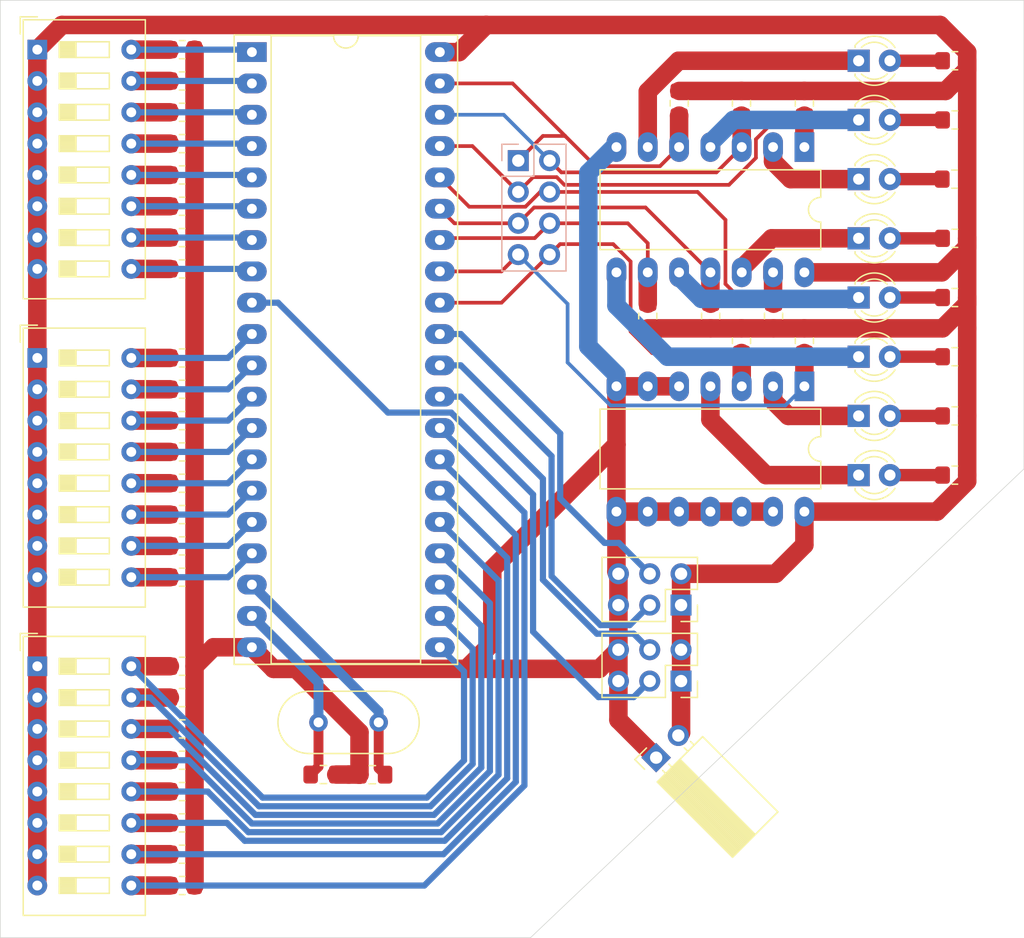
<source format=kicad_pcb>
(kicad_pcb (version 20171130) (host pcbnew 5.1.9)
  (layers (0 F.Cu signal hide) (31 B.Cu signal hide) (34 B.Paste user) (35 F.Paste user) (36 B.SilkS user) (37 F.SilkS user) (38 B.Mask user) (39 F.Mask user) (44 Edge.Cuts user))
  (net 0 "")
  (net 1 XTAL1)
  (net 2 P2.6)
  (net 3 XTAL2)
  (net 4 "Net-(D1-Pad2)")
  (net 5 "Net-(D1-Pad1)")
  (net 6 "Net-(D2-Pad2)")
  (net 7 "Net-(D2-Pad1)")
  (net 8 "Net-(D3-Pad2)")
  (net 9 "Net-(D3-Pad1)")
  (net 10 "Net-(D4-Pad2)")
  (net 11 "Net-(D4-Pad1)")
  (net 12 "Net-(D5-Pad2)")
  (net 13 "Net-(D5-Pad1)")
  (net 14 "Net-(D6-Pad2)")
  (net 15 "Net-(D6-Pad1)")
  (net 16 "Net-(D7-Pad2)")
  (net 17 "Net-(D7-Pad1)")
  (net 18 "Net-(D8-Pad2)")
  (net 19 "Net-(D8-Pad1)")
  (net 20 P0.7)
  (net 21 P0.6)
  (net 22 P0.5)
  (net 23 P0.4)
  (net 24 P0.3)
  (net 25 P0.2)
  (net 26 P0.1)
  (net 27 P0.0)
  (net 28 P1.0)
  (net 29 P2.0)
  (net 30 P3.0)
  (net 31 P1.1)
  (net 32 P2.1)
  (net 33 P3.1)
  (net 34 P1.2)
  (net 35 P2.2)
  (net 36 P3.2)
  (net 37 P1.3)
  (net 38 P2.3)
  (net 39 P3.3)
  (net 40 P1.4)
  (net 41 P2.4)
  (net 42 P3.4)
  (net 43 P1.5)
  (net 44 P2.5)
  (net 45 P3.5)
  (net 46 P1.6)
  (net 47 ALE\~PROG~)
  (net 48 P1.7)
  (net 49 GND)
  (net 50 P3.6)
  (net 51 P2.7)
  (net 52 P3.7)
  (net 53 +5V)
  (net 54 ~EA~\Vpp)
  (net 55 ~PSEN~)
  (net 56 RST)
  (module Connector_PinSocket_2.54mm:PinSocket_1x02_P2.54mm_Horizontal (layer F.Cu) (at 145.18 116.41 135)
    (fp_text reference J4)
    (fp_text value Power)
    (pad 2 thru_hole oval (at 0 2.54 135) (size 1.7 1.7) (drill 1) (layers *.Cu *.Mask) (net 53 +5V))
    (pad 1 thru_hole rect (at 0 0 135) (size 1.7 1.7) (drill 1) (layers *.Cu *.Mask) (net 49 GND))
  )
  (module Connector_PinSocket_2.54mm:PinSocket_2x03_P2.54mm_Vertical (layer F.Cu) (at 147.2 104.04 270)
    (fp_text reference J3)
    (fp_text value Select_2)
    (pad 6 thru_hole oval (at -2.54 5.08 270) (size 1.7 1.7) (drill 1) (layers *.Cu *.Mask) (net 49 GND))
    (pad 5 thru_hole oval (at 0 5.08 270) (size 1.7 1.7) (drill 1) (layers *.Cu *.Mask) (net 49 GND))
    (pad 4 thru_hole oval (at -2.54 2.54 270) (size 1.7 1.7) (drill 1) (layers *.Cu *.Mask) (net 54 ~EA~\Vpp))
    (pad 3 thru_hole oval (at 0 2.54 270) (size 1.7 1.7) (drill 1) (layers *.Cu *.Mask) (net 47 ALE\~PROG~))
    (pad 2 thru_hole oval (at -2.54 0 270) (size 1.7 1.7) (drill 1) (layers *.Cu *.Mask) (net 53 +5V))
    (pad 1 thru_hole rect (at 0 0 270) (size 1.7 1.7) (drill 1) (layers *.Cu *.Mask) (net 53 +5V))
  )
  (module Connector_PinSocket_2.54mm:PinSocket_2x03_P2.54mm_Vertical (layer F.Cu) (at 147.2 110.2 270)
    (fp_text reference J2)
    (fp_text value Select_1)
    (pad 6 thru_hole oval (at -2.54 5.08 270) (size 1.7 1.7) (drill 1) (layers *.Cu *.Mask) (net 49 GND))
    (pad 5 thru_hole oval (at 0 5.08 270) (size 1.7 1.7) (drill 1) (layers *.Cu *.Mask) (net 49 GND))
    (pad 4 thru_hole oval (at -2.54 2.54 270) (size 1.7 1.7) (drill 1) (layers *.Cu *.Mask) (net 55 ~PSEN~))
    (pad 3 thru_hole oval (at 0 2.54 270) (size 1.7 1.7) (drill 1) (layers *.Cu *.Mask) (net 56 RST))
    (pad 2 thru_hole oval (at -2.54 0 270) (size 1.7 1.7) (drill 1) (layers *.Cu *.Mask) (net 53 +5V))
    (pad 1 thru_hole rect (at 0 0 270) (size 1.7 1.7) (drill 1) (layers *.Cu *.Mask) (net 53 +5V))
  )
  (module Crystal:Crystal_HC49-4H_Vertical (layer F.Cu) (at 117.8 113.55)
    (fp_text reference Y1)
    (fp_text value Crystal)
    (pad 2 thru_hole circle (at 4.88 0) (size 1.5 1.5) (drill 0.8) (layers *.Cu *.Mask) (net 3 XTAL2))
    (pad 1 thru_hole circle (at 0 0) (size 1.5 1.5) (drill 0.8) (layers *.Cu *.Mask) (net 1 XTAL1))
  )
  (module Connector_PinSocket_2.54mm:PinSocket_2x04_P2.54mm_Vertical (layer B.Cu) (at 134 68 180)
    (fp_text reference J1)
    (fp_text value Data_Out)
    (pad 8 thru_hole oval (at -2.54 -7.62 180) (size 1.7 1.7) (drill 1) (layers *.Cu *.Mask) (net 20 P0.7))
    (pad 7 thru_hole oval (at 0 -7.62 180) (size 1.7 1.7) (drill 1) (layers *.Cu *.Mask) (net 21 P0.6))
    (pad 6 thru_hole oval (at -2.54 -5.08 180) (size 1.7 1.7) (drill 1) (layers *.Cu *.Mask) (net 22 P0.5))
    (pad 5 thru_hole oval (at 0 -5.08 180) (size 1.7 1.7) (drill 1) (layers *.Cu *.Mask) (net 23 P0.4))
    (pad 4 thru_hole oval (at -2.54 -2.54 180) (size 1.7 1.7) (drill 1) (layers *.Cu *.Mask) (net 24 P0.3))
    (pad 3 thru_hole oval (at 0 -2.54 180) (size 1.7 1.7) (drill 1) (layers *.Cu *.Mask) (net 25 P0.2))
    (pad 2 thru_hole oval (at -2.54 0 180) (size 1.7 1.7) (drill 1) (layers *.Cu *.Mask) (net 26 P0.1))
    (pad 1 thru_hole rect (at 0 0 180) (size 1.7 1.7) (drill 1) (layers *.Cu *.Mask) (net 27 P0.0))
  )
  (module Resistor_SMD:R_0805_2012Metric_Pad1.20x1.40mm_HandSolder (layer F.Cu) (at 106.75 109 180)
    (fp_text reference R17)
    (fp_text value 10k)
    (pad 2 smd roundrect (at 1 0 180) (size 1.2 1.4) (layers F.Cu F.Paste F.Mask) (roundrect_rratio 0.2083325) (net 29 P2.0))
    (pad 1 smd roundrect (at -1 0 180) (size 1.2 1.4) (layers F.Cu F.Paste F.Mask) (roundrect_rratio 0.2083325) (net 49 GND))
  )
  (module Button_Switch_THT:SW_DIP_SPSTx08_Slide_9.78x22.5mm_W7.62mm_P2.54mm (layer F.Cu) (at 95 84)
    (fp_text reference SW2)
    (fp_text value SW_DIP_x08)
    (pad 16 thru_hole oval (at 7.62 0) (size 1.6 1.6) (drill 0.8) (layers *.Cu *.Mask) (net 30 P3.0))
    (pad 8 thru_hole oval (at 0 17.78) (size 1.6 1.6) (drill 0.8) (layers *.Cu *.Mask) (net 53 +5V))
    (pad 15 thru_hole oval (at 7.62 2.54) (size 1.6 1.6) (drill 0.8) (layers *.Cu *.Mask) (net 33 P3.1))
    (pad 7 thru_hole oval (at 0 15.24) (size 1.6 1.6) (drill 0.8) (layers *.Cu *.Mask) (net 53 +5V))
    (pad 14 thru_hole oval (at 7.62 5.08) (size 1.6 1.6) (drill 0.8) (layers *.Cu *.Mask) (net 36 P3.2))
    (pad 6 thru_hole oval (at 0 12.7) (size 1.6 1.6) (drill 0.8) (layers *.Cu *.Mask) (net 53 +5V))
    (pad 13 thru_hole oval (at 7.62 7.62) (size 1.6 1.6) (drill 0.8) (layers *.Cu *.Mask) (net 39 P3.3))
    (pad 5 thru_hole oval (at 0 10.16) (size 1.6 1.6) (drill 0.8) (layers *.Cu *.Mask) (net 53 +5V))
    (pad 12 thru_hole oval (at 7.62 10.16) (size 1.6 1.6) (drill 0.8) (layers *.Cu *.Mask) (net 42 P3.4))
    (pad 4 thru_hole oval (at 0 7.62) (size 1.6 1.6) (drill 0.8) (layers *.Cu *.Mask) (net 53 +5V))
    (pad 11 thru_hole oval (at 7.62 12.7) (size 1.6 1.6) (drill 0.8) (layers *.Cu *.Mask) (net 45 P3.5))
    (pad 3 thru_hole oval (at 0 5.08) (size 1.6 1.6) (drill 0.8) (layers *.Cu *.Mask) (net 53 +5V))
    (pad 10 thru_hole oval (at 7.62 15.24) (size 1.6 1.6) (drill 0.8) (layers *.Cu *.Mask) (net 50 P3.6))
    (pad 2 thru_hole oval (at 0 2.54) (size 1.6 1.6) (drill 0.8) (layers *.Cu *.Mask) (net 53 +5V))
    (pad 9 thru_hole oval (at 7.62 17.78) (size 1.6 1.6) (drill 0.8) (layers *.Cu *.Mask) (net 52 P3.7))
    (pad 1 thru_hole rect (at 0 0) (size 1.6 1.6) (drill 0.8) (layers *.Cu *.Mask) (net 53 +5V))
  )
  (module Button_Switch_THT:SW_DIP_SPSTx08_Slide_9.78x22.5mm_W7.62mm_P2.54mm (layer F.Cu) (at 95 109)
    (fp_text reference SW3)
    (fp_text value SW_DIP_x08)
    (pad 16 thru_hole oval (at 7.62 0) (size 1.6 1.6) (drill 0.8) (layers *.Cu *.Mask) (net 29 P2.0))
    (pad 8 thru_hole oval (at 0 17.78) (size 1.6 1.6) (drill 0.8) (layers *.Cu *.Mask) (net 53 +5V))
    (pad 15 thru_hole oval (at 7.62 2.54) (size 1.6 1.6) (drill 0.8) (layers *.Cu *.Mask) (net 32 P2.1))
    (pad 7 thru_hole oval (at 0 15.24) (size 1.6 1.6) (drill 0.8) (layers *.Cu *.Mask) (net 53 +5V))
    (pad 14 thru_hole oval (at 7.62 5.08) (size 1.6 1.6) (drill 0.8) (layers *.Cu *.Mask) (net 35 P2.2))
    (pad 6 thru_hole oval (at 0 12.7) (size 1.6 1.6) (drill 0.8) (layers *.Cu *.Mask) (net 53 +5V))
    (pad 13 thru_hole oval (at 7.62 7.62) (size 1.6 1.6) (drill 0.8) (layers *.Cu *.Mask) (net 38 P2.3))
    (pad 5 thru_hole oval (at 0 10.16) (size 1.6 1.6) (drill 0.8) (layers *.Cu *.Mask) (net 53 +5V))
    (pad 12 thru_hole oval (at 7.62 10.16) (size 1.6 1.6) (drill 0.8) (layers *.Cu *.Mask) (net 41 P2.4))
    (pad 4 thru_hole oval (at 0 7.62) (size 1.6 1.6) (drill 0.8) (layers *.Cu *.Mask) (net 53 +5V))
    (pad 11 thru_hole oval (at 7.62 12.7) (size 1.6 1.6) (drill 0.8) (layers *.Cu *.Mask) (net 44 P2.5))
    (pad 3 thru_hole oval (at 0 5.08) (size 1.6 1.6) (drill 0.8) (layers *.Cu *.Mask) (net 53 +5V))
    (pad 10 thru_hole oval (at 7.62 15.24) (size 1.6 1.6) (drill 0.8) (layers *.Cu *.Mask) (net 2 P2.6))
    (pad 2 thru_hole oval (at 0 2.54) (size 1.6 1.6) (drill 0.8) (layers *.Cu *.Mask) (net 53 +5V))
    (pad 9 thru_hole oval (at 7.62 17.78) (size 1.6 1.6) (drill 0.8) (layers *.Cu *.Mask) (net 51 P2.7))
    (pad 1 thru_hole rect (at 0 0) (size 1.6 1.6) (drill 0.8) (layers *.Cu *.Mask) (net 53 +5V))
  )
  (module Button_Switch_THT:SW_DIP_SPSTx08_Slide_9.78x22.5mm_W7.62mm_P2.54mm (layer F.Cu) (at 95 59)
    (fp_text reference SW1)
    (fp_text value SW_DIP_x08)
    (pad 16 thru_hole oval (at 7.62 0) (size 1.6 1.6) (drill 0.8) (layers *.Cu *.Mask) (net 28 P1.0))
    (pad 8 thru_hole oval (at 0 17.78) (size 1.6 1.6) (drill 0.8) (layers *.Cu *.Mask) (net 53 +5V))
    (pad 15 thru_hole oval (at 7.62 2.54) (size 1.6 1.6) (drill 0.8) (layers *.Cu *.Mask) (net 31 P1.1))
    (pad 7 thru_hole oval (at 0 15.24) (size 1.6 1.6) (drill 0.8) (layers *.Cu *.Mask) (net 53 +5V))
    (pad 14 thru_hole oval (at 7.62 5.08) (size 1.6 1.6) (drill 0.8) (layers *.Cu *.Mask) (net 34 P1.2))
    (pad 6 thru_hole oval (at 0 12.7) (size 1.6 1.6) (drill 0.8) (layers *.Cu *.Mask) (net 53 +5V))
    (pad 13 thru_hole oval (at 7.62 7.62) (size 1.6 1.6) (drill 0.8) (layers *.Cu *.Mask) (net 37 P1.3))
    (pad 5 thru_hole oval (at 0 10.16) (size 1.6 1.6) (drill 0.8) (layers *.Cu *.Mask) (net 53 +5V))
    (pad 12 thru_hole oval (at 7.62 10.16) (size 1.6 1.6) (drill 0.8) (layers *.Cu *.Mask) (net 40 P1.4))
    (pad 4 thru_hole oval (at 0 7.62) (size 1.6 1.6) (drill 0.8) (layers *.Cu *.Mask) (net 53 +5V))
    (pad 11 thru_hole oval (at 7.62 12.7) (size 1.6 1.6) (drill 0.8) (layers *.Cu *.Mask) (net 43 P1.5))
    (pad 3 thru_hole oval (at 0 5.08) (size 1.6 1.6) (drill 0.8) (layers *.Cu *.Mask) (net 53 +5V))
    (pad 10 thru_hole oval (at 7.62 15.24) (size 1.6 1.6) (drill 0.8) (layers *.Cu *.Mask) (net 46 P1.6))
    (pad 2 thru_hole oval (at 0 2.54) (size 1.6 1.6) (drill 0.8) (layers *.Cu *.Mask) (net 53 +5V))
    (pad 9 thru_hole oval (at 7.62 17.78) (size 1.6 1.6) (drill 0.8) (layers *.Cu *.Mask) (net 48 P1.7))
    (pad 1 thru_hole rect (at 0 0) (size 1.6 1.6) (drill 0.8) (layers *.Cu *.Mask) (net 53 +5V))
  )
  (module Package_DIP:DIP-14_W10.16mm_LongPads (layer F.Cu) (at 157.2 86.3 270)
    (fp_text reference U3)
    (fp_text value 74LS07)
    (pad 14 thru_hole oval (at 10.16 0 270) (size 2.4 1.6) (drill 0.8) (layers *.Cu *.Mask) (net 53 +5V))
    (pad 7 thru_hole oval (at 0 15.24 270) (size 2.4 1.6) (drill 0.8) (layers *.Cu *.Mask) (net 49 GND))
    (pad 13 thru_hole oval (at 10.16 2.54 270) (size 2.4 1.6) (drill 0.8) (layers *.Cu *.Mask) (net 49 GND))
    (pad 6 thru_hole oval (at 0 12.7 270) (size 2.4 1.6) (drill 0.8) (layers *.Cu *.Mask) (net 49 GND))
    (pad 12 thru_hole oval (at 10.16 5.08 270) (size 2.4 1.6) (drill 0.8) (layers *.Cu *.Mask) (net 49 GND))
    (pad 5 thru_hole oval (at 0 10.16 270) (size 2.4 1.6) (drill 0.8) (layers *.Cu *.Mask) (net 49 GND))
    (pad 11 thru_hole oval (at 10.16 7.62 270) (size 2.4 1.6) (drill 0.8) (layers *.Cu *.Mask) (net 49 GND))
    (pad 4 thru_hole oval (at 0 7.62 270) (size 2.4 1.6) (drill 0.8) (layers *.Cu *.Mask) (net 19 "Net-(D8-Pad1)"))
    (pad 10 thru_hole oval (at 10.16 10.16 270) (size 2.4 1.6) (drill 0.8) (layers *.Cu *.Mask) (net 49 GND))
    (pad 3 thru_hole oval (at 0 5.08 270) (size 2.4 1.6) (drill 0.8) (layers *.Cu *.Mask) (net 20 P0.7))
    (pad 9 thru_hole oval (at 10.16 12.7 270) (size 2.4 1.6) (drill 0.8) (layers *.Cu *.Mask) (net 49 GND))
    (pad 2 thru_hole oval (at 0 2.54 270) (size 2.4 1.6) (drill 0.8) (layers *.Cu *.Mask) (net 17 "Net-(D7-Pad1)"))
    (pad 8 thru_hole oval (at 10.16 15.24 270) (size 2.4 1.6) (drill 0.8) (layers *.Cu *.Mask) (net 49 GND))
    (pad 1 thru_hole rect (at 0 0 270) (size 2.4 1.6) (drill 0.8) (layers *.Cu *.Mask) (net 21 P0.6))
  )
  (module Package_DIP:DIP-14_W10.16mm_LongPads (layer F.Cu) (at 157.2 66.9 270)
    (fp_text reference U2)
    (fp_text value 74LS07)
    (pad 14 thru_hole oval (at 10.16 0 270) (size 2.4 1.6) (drill 0.8) (layers *.Cu *.Mask) (net 53 +5V))
    (pad 7 thru_hole oval (at 0 15.24 270) (size 2.4 1.6) (drill 0.8) (layers *.Cu *.Mask) (net 49 GND))
    (pad 13 thru_hole oval (at 10.16 2.54 270) (size 2.4 1.6) (drill 0.8) (layers *.Cu *.Mask) (net 24 P0.3))
    (pad 6 thru_hole oval (at 0 12.7 270) (size 2.4 1.6) (drill 0.8) (layers *.Cu *.Mask) (net 5 "Net-(D1-Pad1)"))
    (pad 12 thru_hole oval (at 10.16 5.08 270) (size 2.4 1.6) (drill 0.8) (layers *.Cu *.Mask) (net 11 "Net-(D4-Pad1)"))
    (pad 5 thru_hole oval (at 0 10.16 270) (size 2.4 1.6) (drill 0.8) (layers *.Cu *.Mask) (net 27 P0.0))
    (pad 11 thru_hole oval (at 10.16 7.62 270) (size 2.4 1.6) (drill 0.8) (layers *.Cu *.Mask) (net 23 P0.4))
    (pad 4 thru_hole oval (at 0 7.62 270) (size 2.4 1.6) (drill 0.8) (layers *.Cu *.Mask) (net 7 "Net-(D2-Pad1)"))
    (pad 10 thru_hole oval (at 10.16 10.16 270) (size 2.4 1.6) (drill 0.8) (layers *.Cu *.Mask) (net 13 "Net-(D5-Pad1)"))
    (pad 3 thru_hole oval (at 0 5.08 270) (size 2.4 1.6) (drill 0.8) (layers *.Cu *.Mask) (net 26 P0.1))
    (pad 9 thru_hole oval (at 10.16 12.7 270) (size 2.4 1.6) (drill 0.8) (layers *.Cu *.Mask) (net 22 P0.5))
    (pad 2 thru_hole oval (at 0 2.54 270) (size 2.4 1.6) (drill 0.8) (layers *.Cu *.Mask) (net 9 "Net-(D3-Pad1)"))
    (pad 8 thru_hole oval (at 10.16 15.24 270) (size 2.4 1.6) (drill 0.8) (layers *.Cu *.Mask) (net 15 "Net-(D6-Pad1)"))
    (pad 1 thru_hole rect (at 0 0 270) (size 2.4 1.6) (drill 0.8) (layers *.Cu *.Mask) (net 25 P0.2))
  )
  (module Package_DIP:DIP-40_W15.24mm_Socket_LongPads (layer F.Cu) (at 112.4 59.2)
    (fp_text reference U1)
    (fp_text value AT89S52-24PU)
    (pad 40 thru_hole oval (at 15.24 0) (size 2.4 1.6) (drill 0.8) (layers *.Cu *.Mask) (net 53 +5V))
    (pad 20 thru_hole oval (at 0 48.26) (size 2.4 1.6) (drill 0.8) (layers *.Cu *.Mask) (net 49 GND))
    (pad 39 thru_hole oval (at 15.24 2.54) (size 2.4 1.6) (drill 0.8) (layers *.Cu *.Mask) (net 27 P0.0))
    (pad 19 thru_hole oval (at 0 45.72) (size 2.4 1.6) (drill 0.8) (layers *.Cu *.Mask) (net 1 XTAL1))
    (pad 38 thru_hole oval (at 15.24 5.08) (size 2.4 1.6) (drill 0.8) (layers *.Cu *.Mask) (net 26 P0.1))
    (pad 18 thru_hole oval (at 0 43.18) (size 2.4 1.6) (drill 0.8) (layers *.Cu *.Mask) (net 3 XTAL2))
    (pad 37 thru_hole oval (at 15.24 7.62) (size 2.4 1.6) (drill 0.8) (layers *.Cu *.Mask) (net 25 P0.2))
    (pad 17 thru_hole oval (at 0 40.64) (size 2.4 1.6) (drill 0.8) (layers *.Cu *.Mask) (net 52 P3.7))
    (pad 36 thru_hole oval (at 15.24 10.16) (size 2.4 1.6) (drill 0.8) (layers *.Cu *.Mask) (net 24 P0.3))
    (pad 16 thru_hole oval (at 0 38.1) (size 2.4 1.6) (drill 0.8) (layers *.Cu *.Mask) (net 50 P3.6))
    (pad 35 thru_hole oval (at 15.24 12.7) (size 2.4 1.6) (drill 0.8) (layers *.Cu *.Mask) (net 23 P0.4))
    (pad 15 thru_hole oval (at 0 35.56) (size 2.4 1.6) (drill 0.8) (layers *.Cu *.Mask) (net 45 P3.5))
    (pad 34 thru_hole oval (at 15.24 15.24) (size 2.4 1.6) (drill 0.8) (layers *.Cu *.Mask) (net 22 P0.5))
    (pad 14 thru_hole oval (at 0 33.02) (size 2.4 1.6) (drill 0.8) (layers *.Cu *.Mask) (net 42 P3.4))
    (pad 33 thru_hole oval (at 15.24 17.78) (size 2.4 1.6) (drill 0.8) (layers *.Cu *.Mask) (net 21 P0.6))
    (pad 13 thru_hole oval (at 0 30.48) (size 2.4 1.6) (drill 0.8) (layers *.Cu *.Mask) (net 39 P3.3))
    (pad 32 thru_hole oval (at 15.24 20.32) (size 2.4 1.6) (drill 0.8) (layers *.Cu *.Mask) (net 20 P0.7))
    (pad 12 thru_hole oval (at 0 27.94) (size 2.4 1.6) (drill 0.8) (layers *.Cu *.Mask) (net 36 P3.2))
    (pad 31 thru_hole oval (at 15.24 22.86) (size 2.4 1.6) (drill 0.8) (layers *.Cu *.Mask) (net 54 ~EA~\Vpp))
    (pad 11 thru_hole oval (at 0 25.4) (size 2.4 1.6) (drill 0.8) (layers *.Cu *.Mask) (net 33 P3.1))
    (pad 30 thru_hole oval (at 15.24 25.4) (size 2.4 1.6) (drill 0.8) (layers *.Cu *.Mask) (net 47 ALE\~PROG~))
    (pad 10 thru_hole oval (at 0 22.86) (size 2.4 1.6) (drill 0.8) (layers *.Cu *.Mask) (net 30 P3.0))
    (pad 29 thru_hole oval (at 15.24 27.94) (size 2.4 1.6) (drill 0.8) (layers *.Cu *.Mask) (net 55 ~PSEN~))
    (pad 9 thru_hole oval (at 0 20.32) (size 2.4 1.6) (drill 0.8) (layers *.Cu *.Mask) (net 56 RST))
    (pad 28 thru_hole oval (at 15.24 30.48) (size 2.4 1.6) (drill 0.8) (layers *.Cu *.Mask) (net 51 P2.7))
    (pad 8 thru_hole oval (at 0 17.78) (size 2.4 1.6) (drill 0.8) (layers *.Cu *.Mask) (net 48 P1.7))
    (pad 27 thru_hole oval (at 15.24 33.02) (size 2.4 1.6) (drill 0.8) (layers *.Cu *.Mask) (net 2 P2.6))
    (pad 7 thru_hole oval (at 0 15.24) (size 2.4 1.6) (drill 0.8) (layers *.Cu *.Mask) (net 46 P1.6))
    (pad 26 thru_hole oval (at 15.24 35.56) (size 2.4 1.6) (drill 0.8) (layers *.Cu *.Mask) (net 44 P2.5))
    (pad 6 thru_hole oval (at 0 12.7) (size 2.4 1.6) (drill 0.8) (layers *.Cu *.Mask) (net 43 P1.5))
    (pad 25 thru_hole oval (at 15.24 38.1) (size 2.4 1.6) (drill 0.8) (layers *.Cu *.Mask) (net 41 P2.4))
    (pad 5 thru_hole oval (at 0 10.16) (size 2.4 1.6) (drill 0.8) (layers *.Cu *.Mask) (net 40 P1.4))
    (pad 24 thru_hole oval (at 15.24 40.64) (size 2.4 1.6) (drill 0.8) (layers *.Cu *.Mask) (net 38 P2.3))
    (pad 4 thru_hole oval (at 0 7.62) (size 2.4 1.6) (drill 0.8) (layers *.Cu *.Mask) (net 37 P1.3))
    (pad 23 thru_hole oval (at 15.24 43.18) (size 2.4 1.6) (drill 0.8) (layers *.Cu *.Mask) (net 35 P2.2))
    (pad 3 thru_hole oval (at 0 5.08) (size 2.4 1.6) (drill 0.8) (layers *.Cu *.Mask) (net 34 P1.2))
    (pad 22 thru_hole oval (at 15.24 45.72) (size 2.4 1.6) (drill 0.8) (layers *.Cu *.Mask) (net 32 P2.1))
    (pad 2 thru_hole oval (at 0 2.54) (size 2.4 1.6) (drill 0.8) (layers *.Cu *.Mask) (net 31 P1.1))
    (pad 21 thru_hole oval (at 15.24 48.26) (size 2.4 1.6) (drill 0.8) (layers *.Cu *.Mask) (net 29 P2.0))
    (pad 1 thru_hole rect (at 0 0) (size 2.4 1.6) (drill 0.8) (layers *.Cu *.Mask) (net 28 P1.0))
  )
  (module Resistor_SMD:R_0805_2012Metric_Pad1.20x1.40mm_HandSolder (layer F.Cu) (at 169.4 93.5 180)
    (fp_text reference R40)
    (fp_text value 330)
    (pad 2 smd roundrect (at 1 0 180) (size 1.2 1.4) (layers F.Cu F.Paste F.Mask) (roundrect_rratio 0.2083325) (net 18 "Net-(D8-Pad2)"))
    (pad 1 smd roundrect (at -1 0 180) (size 1.2 1.4) (layers F.Cu F.Paste F.Mask) (roundrect_rratio 0.2083325) (net 53 +5V))
  )
  (module Resistor_SMD:R_0805_2012Metric_Pad1.20x1.40mm_HandSolder (layer F.Cu) (at 169.4 88.7 180)
    (fp_text reference R39)
    (fp_text value 330)
    (pad 2 smd roundrect (at 1 0 180) (size 1.2 1.4) (layers F.Cu F.Paste F.Mask) (roundrect_rratio 0.2083325) (net 16 "Net-(D7-Pad2)"))
    (pad 1 smd roundrect (at -1 0 180) (size 1.2 1.4) (layers F.Cu F.Paste F.Mask) (roundrect_rratio 0.2083325) (net 53 +5V))
  )
  (module Resistor_SMD:R_0805_2012Metric_Pad1.20x1.40mm_HandSolder (layer F.Cu) (at 169.4 83.9 180)
    (fp_text reference R38)
    (fp_text value 330)
    (pad 2 smd roundrect (at 1 0 180) (size 1.2 1.4) (layers F.Cu F.Paste F.Mask) (roundrect_rratio 0.2083325) (net 14 "Net-(D6-Pad2)"))
    (pad 1 smd roundrect (at -1 0 180) (size 1.2 1.4) (layers F.Cu F.Paste F.Mask) (roundrect_rratio 0.2083325) (net 53 +5V))
  )
  (module Resistor_SMD:R_0805_2012Metric_Pad1.20x1.40mm_HandSolder (layer F.Cu) (at 169.4 79.1 180)
    (fp_text reference R37)
    (fp_text value 330)
    (pad 2 smd roundrect (at 1 0 180) (size 1.2 1.4) (layers F.Cu F.Paste F.Mask) (roundrect_rratio 0.2083325) (net 12 "Net-(D5-Pad2)"))
    (pad 1 smd roundrect (at -1 0 180) (size 1.2 1.4) (layers F.Cu F.Paste F.Mask) (roundrect_rratio 0.2083325) (net 53 +5V))
  )
  (module Resistor_SMD:R_0805_2012Metric_Pad1.20x1.40mm_HandSolder (layer F.Cu) (at 169.4 74.3 180)
    (fp_text reference R36)
    (fp_text value 330)
    (pad 2 smd roundrect (at 1 0 180) (size 1.2 1.4) (layers F.Cu F.Paste F.Mask) (roundrect_rratio 0.2083325) (net 10 "Net-(D4-Pad2)"))
    (pad 1 smd roundrect (at -1 0 180) (size 1.2 1.4) (layers F.Cu F.Paste F.Mask) (roundrect_rratio 0.2083325) (net 53 +5V))
  )
  (module Resistor_SMD:R_0805_2012Metric_Pad1.20x1.40mm_HandSolder (layer F.Cu) (at 169.374 69.5 180)
    (fp_text reference R35)
    (fp_text value 330)
    (pad 2 smd roundrect (at 1 0 180) (size 1.2 1.4) (layers F.Cu F.Paste F.Mask) (roundrect_rratio 0.2083325) (net 8 "Net-(D3-Pad2)"))
    (pad 1 smd roundrect (at -1 0 180) (size 1.2 1.4) (layers F.Cu F.Paste F.Mask) (roundrect_rratio 0.2083325) (net 53 +5V))
  )
  (module Resistor_SMD:R_0805_2012Metric_Pad1.20x1.40mm_HandSolder (layer F.Cu) (at 169.4 64.7 180)
    (fp_text reference R34)
    (fp_text value 330)
    (pad 2 smd roundrect (at 1 0 180) (size 1.2 1.4) (layers F.Cu F.Paste F.Mask) (roundrect_rratio 0.2083325) (net 6 "Net-(D2-Pad2)"))
    (pad 1 smd roundrect (at -1 0 180) (size 1.2 1.4) (layers F.Cu F.Paste F.Mask) (roundrect_rratio 0.2083325) (net 53 +5V))
  )
  (module Resistor_SMD:R_0805_2012Metric_Pad1.20x1.40mm_HandSolder (layer F.Cu) (at 169.4 59.9 180)
    (fp_text reference R33)
    (fp_text value 330)
    (pad 2 smd roundrect (at 1 0 180) (size 1.2 1.4) (layers F.Cu F.Paste F.Mask) (roundrect_rratio 0.2083325) (net 4 "Net-(D1-Pad2)"))
    (pad 1 smd roundrect (at -1 0 180) (size 1.2 1.4) (layers F.Cu F.Paste F.Mask) (roundrect_rratio 0.2083325) (net 53 +5V))
  )
  (module Resistor_SMD:R_0805_2012Metric_Pad1.20x1.40mm_HandSolder (layer F.Cu) (at 152.1 82.6 270)
    (fp_text reference R32)
    (fp_text value 10k)
    (pad 2 smd roundrect (at 1 0 270) (size 1.2 1.4) (layers F.Cu F.Paste F.Mask) (roundrect_rratio 0.2083325) (net 20 P0.7))
    (pad 1 smd roundrect (at -1 0 270) (size 1.2 1.4) (layers F.Cu F.Paste F.Mask) (roundrect_rratio 0.2083325) (net 53 +5V))
  )
  (module Resistor_SMD:R_0805_2012Metric_Pad1.20x1.40mm_HandSolder (layer F.Cu) (at 157.2 82.6 270)
    (fp_text reference R31)
    (fp_text value 10k)
    (pad 2 smd roundrect (at 1 0 270) (size 1.2 1.4) (layers F.Cu F.Paste F.Mask) (roundrect_rratio 0.2083325) (net 21 P0.6))
    (pad 1 smd roundrect (at -1 0 270) (size 1.2 1.4) (layers F.Cu F.Paste F.Mask) (roundrect_rratio 0.2083325) (net 53 +5V))
  )
  (module Resistor_SMD:R_0805_2012Metric_Pad1.20x1.40mm_HandSolder (layer F.Cu) (at 144.5 80.6 90)
    (fp_text reference R30)
    (fp_text value 10k)
    (pad 2 smd roundrect (at 1 0 90) (size 1.2 1.4) (layers F.Cu F.Paste F.Mask) (roundrect_rratio 0.2083325) (net 22 P0.5))
    (pad 1 smd roundrect (at -1 0 90) (size 1.2 1.4) (layers F.Cu F.Paste F.Mask) (roundrect_rratio 0.2083325) (net 53 +5V))
  )
  (module Resistor_SMD:R_0805_2012Metric_Pad1.20x1.40mm_HandSolder (layer F.Cu) (at 149.6 80.6 90)
    (fp_text reference R29)
    (fp_text value 10k)
    (pad 2 smd roundrect (at 1 0 90) (size 1.2 1.4) (layers F.Cu F.Paste F.Mask) (roundrect_rratio 0.2083325) (net 23 P0.4))
    (pad 1 smd roundrect (at -1 0 90) (size 1.2 1.4) (layers F.Cu F.Paste F.Mask) (roundrect_rratio 0.2083325) (net 53 +5V))
  )
  (module Resistor_SMD:R_0805_2012Metric_Pad1.20x1.40mm_HandSolder (layer F.Cu) (at 154.7 80.6 90)
    (fp_text reference R28)
    (fp_text value 10k)
    (pad 2 smd roundrect (at 1 0 90) (size 1.2 1.4) (layers F.Cu F.Paste F.Mask) (roundrect_rratio 0.2083325) (net 24 P0.3))
    (pad 1 smd roundrect (at -1 0 90) (size 1.2 1.4) (layers F.Cu F.Paste F.Mask) (roundrect_rratio 0.2083325) (net 53 +5V))
  )
  (module Resistor_SMD:R_0805_2012Metric_Pad1.20x1.40mm_HandSolder (layer F.Cu) (at 157.2 63.35 270)
    (fp_text reference R27)
    (fp_text value 10k)
    (pad 2 smd roundrect (at 1 0 270) (size 1.2 1.4) (layers F.Cu F.Paste F.Mask) (roundrect_rratio 0.2083325) (net 25 P0.2))
    (pad 1 smd roundrect (at -1 0 270) (size 1.2 1.4) (layers F.Cu F.Paste F.Mask) (roundrect_rratio 0.2083325) (net 53 +5V))
  )
  (module Resistor_SMD:R_0805_2012Metric_Pad1.20x1.40mm_HandSolder (layer F.Cu) (at 152.1 63.35 270)
    (fp_text reference R26)
    (fp_text value 10k)
    (pad 2 smd roundrect (at 1 0 270) (size 1.2 1.4) (layers F.Cu F.Paste F.Mask) (roundrect_rratio 0.2083325) (net 26 P0.1))
    (pad 1 smd roundrect (at -1 0 270) (size 1.2 1.4) (layers F.Cu F.Paste F.Mask) (roundrect_rratio 0.2083325) (net 53 +5V))
  )
  (module Resistor_SMD:R_0805_2012Metric_Pad1.20x1.40mm_HandSolder (layer F.Cu) (at 147.05 63.35 270)
    (fp_text reference R25)
    (fp_text value 10k)
    (pad 2 smd roundrect (at 1 0 270) (size 1.2 1.4) (layers F.Cu F.Paste F.Mask) (roundrect_rratio 0.2083325) (net 27 P0.0))
    (pad 1 smd roundrect (at -1 0 270) (size 1.2 1.4) (layers F.Cu F.Paste F.Mask) (roundrect_rratio 0.2083325) (net 53 +5V))
  )
  (module Resistor_SMD:R_0805_2012Metric_Pad1.20x1.40mm_HandSolder (layer F.Cu) (at 106.75 101.78 180)
    (fp_text reference R16)
    (fp_text value 10k)
    (pad 2 smd roundrect (at 1 0 180) (size 1.2 1.4) (layers F.Cu F.Paste F.Mask) (roundrect_rratio 0.2083325) (net 52 P3.7))
    (pad 1 smd roundrect (at -1 0 180) (size 1.2 1.4) (layers F.Cu F.Paste F.Mask) (roundrect_rratio 0.2083325) (net 49 GND))
  )
  (module Resistor_SMD:R_0805_2012Metric_Pad1.20x1.40mm_HandSolder (layer F.Cu) (at 106.75 126.78 180)
    (fp_text reference R24)
    (fp_text value 10k)
    (pad 2 smd roundrect (at 1 0 180) (size 1.2 1.4) (layers F.Cu F.Paste F.Mask) (roundrect_rratio 0.2083325) (net 51 P2.7))
    (pad 1 smd roundrect (at -1 0 180) (size 1.2 1.4) (layers F.Cu F.Paste F.Mask) (roundrect_rratio 0.2083325) (net 49 GND))
  )
  (module Resistor_SMD:R_0805_2012Metric_Pad1.20x1.40mm_HandSolder (layer F.Cu) (at 106.75 76.78 180)
    (fp_text reference R8)
    (fp_text value 10k)
    (pad 2 smd roundrect (at 1 0 180) (size 1.2 1.4) (layers F.Cu F.Paste F.Mask) (roundrect_rratio 0.2083325) (net 48 P1.7))
    (pad 1 smd roundrect (at -1 0 180) (size 1.2 1.4) (layers F.Cu F.Paste F.Mask) (roundrect_rratio 0.2083325) (net 49 GND))
  )
  (module Resistor_SMD:R_0805_2012Metric_Pad1.20x1.40mm_HandSolder (layer F.Cu) (at 106.75 99.24 180)
    (fp_text reference R15)
    (fp_text value 10k)
    (pad 2 smd roundrect (at 1 0 180) (size 1.2 1.4) (layers F.Cu F.Paste F.Mask) (roundrect_rratio 0.2083325) (net 50 P3.6))
    (pad 1 smd roundrect (at -1 0 180) (size 1.2 1.4) (layers F.Cu F.Paste F.Mask) (roundrect_rratio 0.2083325) (net 49 GND))
  )
  (module Resistor_SMD:R_0805_2012Metric_Pad1.20x1.40mm_HandSolder (layer F.Cu) (at 106.75 124.24 180)
    (fp_text reference R23)
    (fp_text value 10k)
    (pad 2 smd roundrect (at 1 0 180) (size 1.2 1.4) (layers F.Cu F.Paste F.Mask) (roundrect_rratio 0.2083325) (net 2 P2.6))
    (pad 1 smd roundrect (at -1 0 180) (size 1.2 1.4) (layers F.Cu F.Paste F.Mask) (roundrect_rratio 0.2083325) (net 49 GND))
  )
  (module Resistor_SMD:R_0805_2012Metric_Pad1.20x1.40mm_HandSolder (layer F.Cu) (at 106.75 74.24 180)
    (fp_text reference R7)
    (fp_text value 10k)
    (pad 2 smd roundrect (at 1 0 180) (size 1.2 1.4) (layers F.Cu F.Paste F.Mask) (roundrect_rratio 0.2083325) (net 46 P1.6))
    (pad 1 smd roundrect (at -1 0 180) (size 1.2 1.4) (layers F.Cu F.Paste F.Mask) (roundrect_rratio 0.2083325) (net 49 GND))
  )
  (module Resistor_SMD:R_0805_2012Metric_Pad1.20x1.40mm_HandSolder (layer F.Cu) (at 106.75 96.7 180)
    (fp_text reference R14)
    (fp_text value 10k)
    (pad 2 smd roundrect (at 1 0 180) (size 1.2 1.4) (layers F.Cu F.Paste F.Mask) (roundrect_rratio 0.2083325) (net 45 P3.5))
    (pad 1 smd roundrect (at -1 0 180) (size 1.2 1.4) (layers F.Cu F.Paste F.Mask) (roundrect_rratio 0.2083325) (net 49 GND))
  )
  (module Resistor_SMD:R_0805_2012Metric_Pad1.20x1.40mm_HandSolder (layer F.Cu) (at 106.75 121.7 180)
    (fp_text reference R22)
    (fp_text value 10k)
    (pad 2 smd roundrect (at 1 0 180) (size 1.2 1.4) (layers F.Cu F.Paste F.Mask) (roundrect_rratio 0.2083325) (net 44 P2.5))
    (pad 1 smd roundrect (at -1 0 180) (size 1.2 1.4) (layers F.Cu F.Paste F.Mask) (roundrect_rratio 0.2083325) (net 49 GND))
  )
  (module Resistor_SMD:R_0805_2012Metric_Pad1.20x1.40mm_HandSolder (layer F.Cu) (at 106.75 71.7 180)
    (fp_text reference R6)
    (fp_text value 10k)
    (pad 2 smd roundrect (at 1 0 180) (size 1.2 1.4) (layers F.Cu F.Paste F.Mask) (roundrect_rratio 0.2083325) (net 43 P1.5))
    (pad 1 smd roundrect (at -1 0 180) (size 1.2 1.4) (layers F.Cu F.Paste F.Mask) (roundrect_rratio 0.2083325) (net 49 GND))
  )
  (module Resistor_SMD:R_0805_2012Metric_Pad1.20x1.40mm_HandSolder (layer F.Cu) (at 106.75 94.16 180)
    (fp_text reference R13)
    (fp_text value 10k)
    (pad 2 smd roundrect (at 1 0 180) (size 1.2 1.4) (layers F.Cu F.Paste F.Mask) (roundrect_rratio 0.2083325) (net 42 P3.4))
    (pad 1 smd roundrect (at -1 0 180) (size 1.2 1.4) (layers F.Cu F.Paste F.Mask) (roundrect_rratio 0.2083325) (net 49 GND))
  )
  (module Resistor_SMD:R_0805_2012Metric_Pad1.20x1.40mm_HandSolder (layer F.Cu) (at 106.75 119.16 180)
    (fp_text reference R21)
    (fp_text value 10k)
    (pad 2 smd roundrect (at 1 0 180) (size 1.2 1.4) (layers F.Cu F.Paste F.Mask) (roundrect_rratio 0.2083325) (net 41 P2.4))
    (pad 1 smd roundrect (at -1 0 180) (size 1.2 1.4) (layers F.Cu F.Paste F.Mask) (roundrect_rratio 0.2083325) (net 49 GND))
  )
  (module Resistor_SMD:R_0805_2012Metric_Pad1.20x1.40mm_HandSolder (layer F.Cu) (at 106.75 69.16 180)
    (fp_text reference R5)
    (fp_text value 10k)
    (pad 2 smd roundrect (at 1 0 180) (size 1.2 1.4) (layers F.Cu F.Paste F.Mask) (roundrect_rratio 0.2083325) (net 40 P1.4))
    (pad 1 smd roundrect (at -1 0 180) (size 1.2 1.4) (layers F.Cu F.Paste F.Mask) (roundrect_rratio 0.2083325) (net 49 GND))
  )
  (module Resistor_SMD:R_0805_2012Metric_Pad1.20x1.40mm_HandSolder (layer F.Cu) (at 106.75 91.62 180)
    (fp_text reference R12)
    (fp_text value 10k)
    (pad 2 smd roundrect (at 1 0 180) (size 1.2 1.4) (layers F.Cu F.Paste F.Mask) (roundrect_rratio 0.2083325) (net 39 P3.3))
    (pad 1 smd roundrect (at -1 0 180) (size 1.2 1.4) (layers F.Cu F.Paste F.Mask) (roundrect_rratio 0.2083325) (net 49 GND))
  )
  (module Resistor_SMD:R_0805_2012Metric_Pad1.20x1.40mm_HandSolder (layer F.Cu) (at 106.75 116.62 180)
    (fp_text reference R20)
    (fp_text value 10k)
    (pad 2 smd roundrect (at 1 0 180) (size 1.2 1.4) (layers F.Cu F.Paste F.Mask) (roundrect_rratio 0.2083325) (net 38 P2.3))
    (pad 1 smd roundrect (at -1 0 180) (size 1.2 1.4) (layers F.Cu F.Paste F.Mask) (roundrect_rratio 0.2083325) (net 49 GND))
  )
  (module Resistor_SMD:R_0805_2012Metric_Pad1.20x1.40mm_HandSolder (layer F.Cu) (at 106.75 66.62 180)
    (fp_text reference R4)
    (fp_text value 10k)
    (pad 2 smd roundrect (at 1 0 180) (size 1.2 1.4) (layers F.Cu F.Paste F.Mask) (roundrect_rratio 0.2083325) (net 37 P1.3))
    (pad 1 smd roundrect (at -1 0 180) (size 1.2 1.4) (layers F.Cu F.Paste F.Mask) (roundrect_rratio 0.2083325) (net 49 GND))
  )
  (module Resistor_SMD:R_0805_2012Metric_Pad1.20x1.40mm_HandSolder (layer F.Cu) (at 106.75 89.08 180)
    (fp_text reference R11)
    (fp_text value 10k)
    (pad 2 smd roundrect (at 1 0 180) (size 1.2 1.4) (layers F.Cu F.Paste F.Mask) (roundrect_rratio 0.2083325) (net 36 P3.2))
    (pad 1 smd roundrect (at -1 0 180) (size 1.2 1.4) (layers F.Cu F.Paste F.Mask) (roundrect_rratio 0.2083325) (net 49 GND))
  )
  (module Resistor_SMD:R_0805_2012Metric_Pad1.20x1.40mm_HandSolder (layer F.Cu) (at 106.75 114.08 180)
    (fp_text reference R19)
    (fp_text value 10k)
    (pad 2 smd roundrect (at 1 0 180) (size 1.2 1.4) (layers F.Cu F.Paste F.Mask) (roundrect_rratio 0.2083325) (net 35 P2.2))
    (pad 1 smd roundrect (at -1 0 180) (size 1.2 1.4) (layers F.Cu F.Paste F.Mask) (roundrect_rratio 0.2083325) (net 49 GND))
  )
  (module Resistor_SMD:R_0805_2012Metric_Pad1.20x1.40mm_HandSolder (layer F.Cu) (at 106.75 64.08 180)
    (fp_text reference R3)
    (fp_text value 10k)
    (pad 2 smd roundrect (at 1 0 180) (size 1.2 1.4) (layers F.Cu F.Paste F.Mask) (roundrect_rratio 0.2083325) (net 34 P1.2))
    (pad 1 smd roundrect (at -1 0 180) (size 1.2 1.4) (layers F.Cu F.Paste F.Mask) (roundrect_rratio 0.2083325) (net 49 GND))
  )
  (module Resistor_SMD:R_0805_2012Metric_Pad1.20x1.40mm_HandSolder (layer F.Cu) (at 106.75 86.54 180)
    (fp_text reference R10)
    (fp_text value 10k)
    (pad 2 smd roundrect (at 1 0 180) (size 1.2 1.4) (layers F.Cu F.Paste F.Mask) (roundrect_rratio 0.2083325) (net 33 P3.1))
    (pad 1 smd roundrect (at -1 0 180) (size 1.2 1.4) (layers F.Cu F.Paste F.Mask) (roundrect_rratio 0.2083325) (net 49 GND))
  )
  (module Resistor_SMD:R_0805_2012Metric_Pad1.20x1.40mm_HandSolder (layer F.Cu) (at 106.75 111.54 180)
    (fp_text reference R18)
    (fp_text value 10k)
    (pad 2 smd roundrect (at 1 0 180) (size 1.2 1.4) (layers F.Cu F.Paste F.Mask) (roundrect_rratio 0.2083325) (net 32 P2.1))
    (pad 1 smd roundrect (at -1 0 180) (size 1.2 1.4) (layers F.Cu F.Paste F.Mask) (roundrect_rratio 0.2083325) (net 49 GND))
  )
  (module Resistor_SMD:R_0805_2012Metric_Pad1.20x1.40mm_HandSolder (layer F.Cu) (at 106.75 61.54 180)
    (fp_text reference R2)
    (fp_text value 10k)
    (pad 2 smd roundrect (at 1 0 180) (size 1.2 1.4) (layers F.Cu F.Paste F.Mask) (roundrect_rratio 0.2083325) (net 31 P1.1))
    (pad 1 smd roundrect (at -1 0 180) (size 1.2 1.4) (layers F.Cu F.Paste F.Mask) (roundrect_rratio 0.2083325) (net 49 GND))
  )
  (module Resistor_SMD:R_0805_2012Metric_Pad1.20x1.40mm_HandSolder (layer F.Cu) (at 106.75 84 180)
    (fp_text reference R9)
    (fp_text value 10k)
    (pad 2 smd roundrect (at 1 0 180) (size 1.2 1.4) (layers F.Cu F.Paste F.Mask) (roundrect_rratio 0.2083325) (net 30 P3.0))
    (pad 1 smd roundrect (at -1 0 180) (size 1.2 1.4) (layers F.Cu F.Paste F.Mask) (roundrect_rratio 0.2083325) (net 49 GND))
  )
  (module Resistor_SMD:R_0805_2012Metric_Pad1.20x1.40mm_HandSolder (layer F.Cu) (at 106.75 59 180)
    (fp_text reference R1)
    (fp_text value 10k)
    (pad 2 smd roundrect (at 1 0 180) (size 1.2 1.4) (layers F.Cu F.Paste F.Mask) (roundrect_rratio 0.2083325) (net 28 P1.0))
    (pad 1 smd roundrect (at -1 0 180) (size 1.2 1.4) (layers F.Cu F.Paste F.Mask) (roundrect_rratio 0.2083325) (net 49 GND))
  )
  (module LED_THT:LED_D3.0mm (layer F.Cu) (at 161.6 93.5)
    (fp_text reference D8)
    (fp_text value Red)
    (pad 2 thru_hole circle (at 2.54 0) (size 1.8 1.8) (drill 0.9) (layers *.Cu *.Mask) (net 18 "Net-(D8-Pad2)"))
    (pad 1 thru_hole rect (at 0 0) (size 1.8 1.8) (drill 0.9) (layers *.Cu *.Mask) (net 19 "Net-(D8-Pad1)"))
  )
  (module LED_THT:LED_D3.0mm (layer F.Cu) (at 161.6 88.7)
    (fp_text reference D7)
    (fp_text value Red)
    (pad 2 thru_hole circle (at 2.54 0) (size 1.8 1.8) (drill 0.9) (layers *.Cu *.Mask) (net 16 "Net-(D7-Pad2)"))
    (pad 1 thru_hole rect (at 0 0) (size 1.8 1.8) (drill 0.9) (layers *.Cu *.Mask) (net 17 "Net-(D7-Pad1)"))
  )
  (module LED_THT:LED_D3.0mm (layer F.Cu) (at 161.6 83.9)
    (fp_text reference D6)
    (fp_text value Red)
    (pad 2 thru_hole circle (at 2.54 0) (size 1.8 1.8) (drill 0.9) (layers *.Cu *.Mask) (net 14 "Net-(D6-Pad2)"))
    (pad 1 thru_hole rect (at 0 0) (size 1.8 1.8) (drill 0.9) (layers *.Cu *.Mask) (net 15 "Net-(D6-Pad1)"))
  )
  (module LED_THT:LED_D3.0mm (layer F.Cu) (at 161.6 79.1)
    (fp_text reference D5)
    (fp_text value Red)
    (pad 2 thru_hole circle (at 2.54 0) (size 1.8 1.8) (drill 0.9) (layers *.Cu *.Mask) (net 12 "Net-(D5-Pad2)"))
    (pad 1 thru_hole rect (at 0 0) (size 1.8 1.8) (drill 0.9) (layers *.Cu *.Mask) (net 13 "Net-(D5-Pad1)"))
  )
  (module LED_THT:LED_D3.0mm (layer F.Cu) (at 161.6 74.3)
    (fp_text reference D4)
    (fp_text value Red)
    (pad 2 thru_hole circle (at 2.54 0) (size 1.8 1.8) (drill 0.9) (layers *.Cu *.Mask) (net 10 "Net-(D4-Pad2)"))
    (pad 1 thru_hole rect (at 0 0) (size 1.8 1.8) (drill 0.9) (layers *.Cu *.Mask) (net 11 "Net-(D4-Pad1)"))
  )
  (module LED_THT:LED_D3.0mm (layer F.Cu) (at 161.6 69.5)
    (fp_text reference D3)
    (fp_text value Red)
    (pad 2 thru_hole circle (at 2.54 0) (size 1.8 1.8) (drill 0.9) (layers *.Cu *.Mask) (net 8 "Net-(D3-Pad2)"))
    (pad 1 thru_hole rect (at 0 0) (size 1.8 1.8) (drill 0.9) (layers *.Cu *.Mask) (net 9 "Net-(D3-Pad1)"))
  )
  (module LED_THT:LED_D3.0mm (layer F.Cu) (at 161.6 64.7)
    (fp_text reference D2)
    (fp_text value Red)
    (pad 2 thru_hole circle (at 2.54 0) (size 1.8 1.8) (drill 0.9) (layers *.Cu *.Mask) (net 6 "Net-(D2-Pad2)"))
    (pad 1 thru_hole rect (at 0 0) (size 1.8 1.8) (drill 0.9) (layers *.Cu *.Mask) (net 7 "Net-(D2-Pad1)"))
  )
  (module LED_THT:LED_D3.0mm (layer F.Cu) (at 161.6 59.9)
    (fp_text reference D1)
    (fp_text value Red)
    (pad 2 thru_hole circle (at 2.54 0) (size 1.8 1.8) (drill 0.9) (layers *.Cu *.Mask) (net 4 "Net-(D1-Pad2)"))
    (pad 1 thru_hole rect (at 0 0) (size 1.8 1.8) (drill 0.9) (layers *.Cu *.Mask) (net 5 "Net-(D1-Pad1)"))
  )
  (module Capacitor_SMD:C_0805_2012Metric_Pad1.18x1.45mm_HandSolder (layer F.Cu) (at 122.1625 117.79)
    (fp_text reference C2)
    (fp_text value C_Small)
    (pad 2 smd roundrect (at 1.0375 0) (size 1.175 1.45) (layers F.Cu F.Paste F.Mask) (roundrect_rratio 0.2127659574468085) (net 3 XTAL2))
    (pad 1 smd roundrect (at -1.0375 0) (size 1.175 1.45) (layers F.Cu F.Paste F.Mask) (roundrect_rratio 0.2127659574468085) (net 49 GND))
  )
  (module Capacitor_SMD:C_0805_2012Metric_Pad1.18x1.45mm_HandSolder (layer F.Cu) (at 118.2025 117.78 180)
    (fp_text reference C1)
    (fp_text value C_Small)
    (pad 2 smd roundrect (at 1.0375 0 180) (size 1.175 1.45) (layers F.Cu F.Paste F.Mask) (roundrect_rratio 0.2127659574468085) (net 1 XTAL1))
    (pad 1 smd roundrect (at -1.0375 0 180) (size 1.175 1.45) (layers F.Cu F.Paste F.Mask) (roundrect_rratio 0.2127659574468085) (net 49 GND))
  )
  (gr_line (start 135 131) (end 92 131) (layer Edge.Cuts) (width 0.05))
  (gr_line (start 175 93) (end 135 131) (layer Edge.Cuts) (width 0.05))
  (gr_line (start 175 92) (end 175 93) (layer Edge.Cuts) (width 0.05))
  (gr_line (start 175 55) (end 175 92) (layer Edge.Cuts) (width 0.05))
  (gr_line (start 92 55) (end 92 131) (layer Edge.Cuts) (width 0.05))
  (gr_line (start 175 55) (end 92 55) (layer Edge.Cuts) (width 0.05))
  (segment (start 117.8 117.145) (end 117.165 117.78) (width 0.8) (layer F.Cu) (net 1))
  (segment (start 117.8 113.55) (end 117.8 117.145) (width 0.8) (layer F.Cu) (net 1))
  (segment (start 117.8 110.32) (end 117.8 113.55) (width 0.8) (layer B.Cu) (net 1))
  (segment (start 112.4 104.92) (end 117.8 110.32) (width 0.8) (layer B.Cu) (net 1))
  (segment (start 102.62 124.24) (end 105.75 124.24) (width 1.5) (layer F.Cu) (net 2))
  (segment (start 127.936188 124.24) (end 133.800056 118.376132) (width 0.5) (layer B.Cu) (net 2))
  (segment (start 102.62 124.24) (end 127.936188 124.24) (width 0.5) (layer B.Cu) (net 2))
  (segment (start 133.800056 98.380056) (end 127.64 92.22) (width 0.5) (layer B.Cu) (net 2))
  (segment (start 133.800056 118.376132) (end 133.800056 98.380056) (width 0.5) (layer B.Cu) (net 2))
  (segment (start 122.68 117.27) (end 123.2 117.79) (width 0.8) (layer F.Cu) (net 3))
  (segment (start 122.68 113.55) (end 122.68 117.27) (width 0.8) (layer F.Cu) (net 3))
  (segment (start 122.68 112.66) (end 122.68 113.55) (width 0.8) (layer B.Cu) (net 3))
  (segment (start 112.4 102.38) (end 122.68 112.66) (width 0.8) (layer B.Cu) (net 3))
  (segment (start 164.14 59.9) (end 168.4 59.9) (width 1) (layer F.Cu) (net 4))
  (segment (start 147.002926 59.9) (end 161.6 59.9) (width 1.5) (layer F.Cu) (net 5))
  (segment (start 144.5 62.402926) (end 147.002926 59.9) (width 1.5) (layer F.Cu) (net 5))
  (segment (start 144.5 66.9) (end 144.5 62.402926) (width 1.5) (layer F.Cu) (net 5))
  (segment (start 168.4 64.7) (end 164.14 64.7) (width 1) (layer F.Cu) (net 6))
  (segment (start 149.58 66.565113) (end 151.445113 64.7) (width 1.5) (layer B.Cu) (net 7))
  (segment (start 151.445113 64.7) (end 161.6 64.7) (width 1.5) (layer B.Cu) (net 7))
  (segment (start 149.58 66.9) (end 149.58 66.565113) (width 1.5) (layer B.Cu) (net 7))
  (segment (start 164.14 69.5) (end 168.374 69.5) (width 1) (layer F.Cu) (net 8))
  (segment (start 154.66 66.9) (end 154.66 67.620002) (width 1) (layer F.Cu) (net 9))
  (segment (start 154.66 66.9) (end 154.66 67.440002) (width 0.8) (layer B.Cu) (net 9))
  (segment (start 156.089998 69.5) (end 161.6 69.5) (width 1.5) (layer F.Cu) (net 9))
  (segment (start 154.66 68.070002) (end 156.089998 69.5) (width 1.5) (layer F.Cu) (net 9))
  (segment (start 154.66 66.9) (end 154.66 68.070002) (width 1.5) (layer F.Cu) (net 9))
  (segment (start 164.14 74.3) (end 168.4 74.3) (width 1) (layer F.Cu) (net 10))
  (segment (start 154.545113 74.3) (end 161.6 74.3) (width 1.5) (layer F.Cu) (net 11))
  (segment (start 152.12 76.725113) (end 154.545113 74.3) (width 1.5) (layer F.Cu) (net 11))
  (segment (start 152.12 77.06) (end 152.12 76.725113) (width 1.5) (layer F.Cu) (net 11))
  (segment (start 164.14 79.1) (end 168.4 79.1) (width 1) (layer F.Cu) (net 12))
  (segment (start 161.48999 79.21001) (end 161.6 79.1) (width 1.5) (layer B.Cu) (net 13))
  (segment (start 148.855123 79.21001) (end 161.48999 79.21001) (width 1.5) (layer B.Cu) (net 13))
  (segment (start 147.04 77.394887) (end 148.855123 79.21001) (width 1.5) (layer B.Cu) (net 13))
  (segment (start 147.04 77.06) (end 147.04 77.394887) (width 1.5) (layer B.Cu) (net 13))
  (segment (start 164.14 83.9) (end 168.4 83.9) (width 1) (layer F.Cu) (net 14))
  (segment (start 141.96 79.76) (end 141.96 77.06) (width 1.5) (layer B.Cu) (net 15))
  (segment (start 146.1 83.9) (end 141.96 79.76) (width 1.5) (layer B.Cu) (net 15))
  (segment (start 161.6 83.9) (end 146.1 83.9) (width 1.5) (layer B.Cu) (net 15))
  (segment (start 164.14 88.7) (end 168.4 88.7) (width 1) (layer F.Cu) (net 16))
  (segment (start 154.66 86.3) (end 154.66 87.020002) (width 1) (layer F.Cu) (net 17))
  (segment (start 155.889998 88.7) (end 161.6 88.7) (width 1.5) (layer F.Cu) (net 17))
  (segment (start 154.66 87.470002) (end 155.889998 88.7) (width 1.5) (layer F.Cu) (net 17))
  (segment (start 154.66 86.3) (end 154.66 87.470002) (width 1.5) (layer F.Cu) (net 17))
  (segment (start 164.14 93.5) (end 168.4 93.5) (width 1) (layer F.Cu) (net 18))
  (segment (start 149.58 89) (end 149.58 86.3) (width 1.5) (layer F.Cu) (net 19))
  (segment (start 154.08 93.5) (end 149.58 89) (width 1.5) (layer F.Cu) (net 19))
  (segment (start 161.6 93.5) (end 154.08 93.5) (width 1.5) (layer F.Cu) (net 19))
  (segment (start 152.12 83.62) (end 152.1 83.6) (width 1.5) (layer F.Cu) (net 20))
  (segment (start 152.12 86.3) (end 152.12 83.62) (width 1.5) (layer F.Cu) (net 20))
  (segment (start 141.69636 74.770001) (end 143.11001 76.183651) (width 0.3) (layer F.Cu) (net 20))
  (segment (start 137.389999 74.770001) (end 141.69636 74.770001) (width 0.3) (layer F.Cu) (net 20))
  (segment (start 136.54 75.62) (end 137.389999 74.770001) (width 0.3) (layer F.Cu) (net 20))
  (segment (start 143.11001 81.858556) (end 143.11001 76.183651) (width 0.3) (layer F.Cu) (net 20))
  (segment (start 144.851454 83.6) (end 143.11001 81.858556) (width 0.3) (layer F.Cu) (net 20))
  (segment (start 152.1 83.6) (end 144.851454 83.6) (width 0.3) (layer F.Cu) (net 20))
  (segment (start 132.64 79.52) (end 136.54 75.62) (width 0.3) (layer F.Cu) (net 20))
  (segment (start 127.64 79.52) (end 132.64 79.52) (width 0.3) (layer F.Cu) (net 20))
  (segment (start 157.2 83.6) (end 157.2 86.3) (width 1.5) (layer F.Cu) (net 21))
  (segment (start 141.483651 87.85001) (end 138 84.366359) (width 0.3) (layer B.Cu) (net 21))
  (segment (start 155.64999 87.85001) (end 141.483651 87.85001) (width 0.3) (layer B.Cu) (net 21))
  (segment (start 157.2 86.3) (end 155.64999 87.85001) (width 0.3) (layer B.Cu) (net 21))
  (segment (start 138 79.62) (end 134 75.62) (width 0.3) (layer B.Cu) (net 21))
  (segment (start 138 84.366359) (end 138 79.62) (width 0.3) (layer B.Cu) (net 21))
  (segment (start 132.64 76.98) (end 134 75.62) (width 0.3) (layer F.Cu) (net 21))
  (segment (start 127.64 76.98) (end 132.64 76.98) (width 0.3) (layer F.Cu) (net 21))
  (segment (start 144.5 77.06) (end 144.5 79.6) (width 1.5) (layer F.Cu) (net 22))
  (segment (start 136.54 73.08) (end 142.88 73.08) (width 0.3) (layer F.Cu) (net 22))
  (segment (start 144.5 74.7) (end 144.5 77.06) (width 0.3) (layer F.Cu) (net 22))
  (segment (start 142.88 73.08) (end 144.5 74.7) (width 0.3) (layer F.Cu) (net 22))
  (segment (start 127.799999 74.280001) (end 127.64 74.44) (width 0.3) (layer F.Cu) (net 22))
  (segment (start 135.339999 74.280001) (end 127.799999 74.280001) (width 0.3) (layer F.Cu) (net 22))
  (segment (start 136.54 73.08) (end 135.339999 74.280001) (width 0.3) (layer F.Cu) (net 22))
  (segment (start 149.58 79.58) (end 149.6 79.6) (width 1.5) (layer F.Cu) (net 23))
  (segment (start 149.58 77.06) (end 149.58 79.58) (width 1.5) (layer F.Cu) (net 23))
  (segment (start 149.58 77.06) (end 144.32 71.8) (width 0.3) (layer F.Cu) (net 23))
  (segment (start 135.28 71.8) (end 134 73.08) (width 0.3) (layer F.Cu) (net 23))
  (segment (start 144.32 71.8) (end 135.28 71.8) (width 0.3) (layer F.Cu) (net 23))
  (segment (start 128.82 73.08) (end 134 73.08) (width 0.3) (layer F.Cu) (net 23))
  (segment (start 127.64 71.9) (end 128.82 73.08) (width 0.3) (layer F.Cu) (net 23))
  (segment (start 154.66 79.56) (end 154.7 79.6) (width 1.5) (layer F.Cu) (net 24))
  (segment (start 154.66 77.06) (end 154.66 79.56) (width 1.5) (layer F.Cu) (net 24))
  (segment (start 150.8 78) (end 152.4 79.6) (width 0.3) (layer F.Cu) (net 24))
  (segment (start 150.8 72.8) (end 150.8 78) (width 0.3) (layer F.Cu) (net 24))
  (segment (start 148.54 70.54) (end 150.8 72.8) (width 0.3) (layer F.Cu) (net 24))
  (segment (start 152.4 79.6) (end 154.7 79.6) (width 0.3) (layer F.Cu) (net 24))
  (segment (start 136.54 70.54) (end 148.54 70.54) (width 0.3) (layer F.Cu) (net 24))
  (segment (start 135.776002 70.54) (end 136.54 70.54) (width 0.3) (layer F.Cu) (net 24))
  (segment (start 134.576001 71.740001) (end 135.776002 70.54) (width 0.3) (layer F.Cu) (net 24))
  (segment (start 130.020001 71.740001) (end 134.576001 71.740001) (width 0.3) (layer F.Cu) (net 24))
  (segment (start 127.64 69.36) (end 130.020001 71.740001) (width 0.3) (layer F.Cu) (net 24))
  (segment (start 157.2 66.9) (end 157.2 64.35) (width 1.5) (layer F.Cu) (net 25))
  (segment (start 130.28 66.82) (end 134 70.54) (width 0.3) (layer F.Cu) (net 25))
  (segment (start 127.64 66.82) (end 130.28 66.82) (width 0.3) (layer F.Cu) (net 25))
  (segment (start 135.200001 69.339999) (end 134 70.54) (width 0.3) (layer F.Cu) (net 25))
  (segment (start 137.116001 69.339999) (end 135.200001 69.339999) (width 0.3) (layer F.Cu) (net 25))
  (segment (start 137.740001 69.963999) (end 137.116001 69.339999) (width 0.3) (layer F.Cu) (net 25))
  (segment (start 151.08236 69.963999) (end 137.740001 69.963999) (width 0.3) (layer F.Cu) (net 25))
  (segment (start 153.27001 67.776349) (end 151.08236 69.963999) (width 0.3) (layer F.Cu) (net 25))
  (segment (start 153.27001 66.263631) (end 153.27001 67.776349) (width 0.3) (layer F.Cu) (net 25))
  (segment (start 155.183641 64.35) (end 153.27001 66.263631) (width 0.3) (layer F.Cu) (net 25))
  (segment (start 157.2 64.35) (end 155.183641 64.35) (width 0.3) (layer F.Cu) (net 25))
  (segment (start 152.12 64.37) (end 152.1 64.35) (width 1.5) (layer F.Cu) (net 26))
  (segment (start 152.12 66.9) (end 152.12 64.37) (width 1.5) (layer F.Cu) (net 26))
  (segment (start 150.06998 68.95002) (end 152.12 66.9) (width 0.3) (layer F.Cu) (net 26))
  (segment (start 137.49002 68.95002) (end 150.06998 68.95002) (width 0.3) (layer F.Cu) (net 26))
  (segment (start 136.54 68) (end 137.49002 68.95002) (width 0.3) (layer F.Cu) (net 26))
  (segment (start 132.82 64.28) (end 127.64 64.28) (width 0.3) (layer B.Cu) (net 26))
  (segment (start 136.54 68) (end 132.82 64.28) (width 0.3) (layer B.Cu) (net 26))
  (segment (start 147.04 64.36) (end 147.05 64.35) (width 1.5) (layer F.Cu) (net 27))
  (segment (start 147.04 66.9) (end 147.04 64.36) (width 1.5) (layer F.Cu) (net 27))
  (segment (start 134 68) (end 136 66) (width 0.3) (layer F.Cu) (net 27))
  (segment (start 136 66) (end 137.8 66) (width 0.3) (layer F.Cu) (net 27))
  (segment (start 145.48999 68.45001) (end 147.04 66.9) (width 0.3) (layer F.Cu) (net 27))
  (segment (start 140.25001 68.45001) (end 145.48999 68.45001) (width 0.3) (layer F.Cu) (net 27))
  (segment (start 137.8 66) (end 140.25001 68.45001) (width 0.3) (layer F.Cu) (net 27))
  (segment (start 133.54 61.74) (end 137.8 66) (width 0.3) (layer F.Cu) (net 27))
  (segment (start 127.64 61.74) (end 133.54 61.74) (width 0.3) (layer F.Cu) (net 27))
  (segment (start 111.85 59.75) (end 112.4 59.2) (width 0.3) (layer B.Cu) (net 28))
  (segment (start 102.62 59) (end 105.75 59) (width 1.5) (layer F.Cu) (net 28))
  (segment (start 112.2 59) (end 112.4 59.2) (width 0.5) (layer B.Cu) (net 28))
  (segment (start 102.62 59) (end 112.2 59) (width 0.5) (layer B.Cu) (net 28))
  (segment (start 127.64 107.46) (end 128.46 107.46) (width 0.8) (layer B.Cu) (net 29))
  (segment (start 102.62 109) (end 105.75 109) (width 1.5) (layer F.Cu) (net 29))
  (segment (start 113.27001 119.65001) (end 126.586402 119.65001) (width 0.5) (layer B.Cu) (net 29))
  (segment (start 102.62 109) (end 113.27001 119.65001) (width 0.5) (layer B.Cu) (net 29))
  (segment (start 126.586402 119.65001) (end 129.6 116.636412) (width 0.5) (layer B.Cu) (net 29))
  (segment (start 129.6 109.42) (end 127.64 107.46) (width 0.5) (layer B.Cu) (net 29))
  (segment (start 129.6 116.636412) (end 129.6 109.42) (width 0.5) (layer B.Cu) (net 29))
  (segment (start 105.75 84) (end 102.62 84) (width 1.5) (layer F.Cu) (net 30))
  (segment (start 110.46 84) (end 112.4 82.06) (width 0.5) (layer B.Cu) (net 30))
  (segment (start 102.62 84) (end 110.46 84) (width 0.5) (layer B.Cu) (net 30))
  (segment (start 102.62 61.54) (end 105.75 61.54) (width 1.5) (layer F.Cu) (net 31))
  (segment (start 112.2 61.54) (end 112.4 61.74) (width 0.5) (layer B.Cu) (net 31))
  (segment (start 102.62 61.54) (end 112.2 61.54) (width 0.5) (layer B.Cu) (net 31))
  (segment (start 127.64 104.92) (end 128.46 104.92) (width 0.8) (layer B.Cu) (net 32))
  (segment (start 102.62 111.54) (end 105.75 111.54) (width 1.5) (layer F.Cu) (net 32))
  (segment (start 130.30001 116.926365) (end 130.30001 107.58001) (width 0.5) (layer B.Cu) (net 32))
  (segment (start 126.876355 120.35002) (end 130.30001 116.926365) (width 0.5) (layer B.Cu) (net 32))
  (segment (start 130.30001 107.58001) (end 127.64 104.92) (width 0.5) (layer B.Cu) (net 32))
  (segment (start 112.980057 120.35002) (end 126.876355 120.35002) (width 0.5) (layer B.Cu) (net 32))
  (segment (start 104.170038 111.54) (end 112.980057 120.35002) (width 0.5) (layer B.Cu) (net 32))
  (segment (start 102.62 111.54) (end 104.170038 111.54) (width 0.5) (layer B.Cu) (net 32))
  (segment (start 105.75 86.54) (end 102.62 86.54) (width 1.5) (layer F.Cu) (net 33))
  (segment (start 110.46 86.54) (end 112.4 84.6) (width 0.5) (layer B.Cu) (net 33))
  (segment (start 102.62 86.54) (end 110.46 86.54) (width 0.5) (layer B.Cu) (net 33))
  (segment (start 105.75 64.08) (end 102.62 64.08) (width 1.5) (layer F.Cu) (net 34))
  (segment (start 112.2 64.08) (end 112.4 64.28) (width 0.5) (layer B.Cu) (net 34))
  (segment (start 102.62 64.08) (end 112.2 64.08) (width 0.5) (layer B.Cu) (net 34))
  (segment (start 102.62 114.08) (end 105.75 114.08) (width 1.5) (layer F.Cu) (net 35))
  (segment (start 102.62 114.08) (end 105.720075 114.08) (width 0.5) (layer B.Cu) (net 35))
  (segment (start 131.00002 117.216318) (end 131.00002 105.74002) (width 0.5) (layer B.Cu) (net 35))
  (segment (start 131.00002 105.74002) (end 127.64 102.38) (width 0.5) (layer B.Cu) (net 35))
  (segment (start 127.166308 121.05003) (end 131.00002 117.216318) (width 0.5) (layer B.Cu) (net 35))
  (segment (start 112.690104 121.05003) (end 127.166308 121.05003) (width 0.5) (layer B.Cu) (net 35))
  (segment (start 105.720075 114.08) (end 112.690104 121.05003) (width 0.5) (layer B.Cu) (net 35))
  (segment (start 102.62 89.08) (end 105.75 89.08) (width 1.5) (layer F.Cu) (net 36))
  (segment (start 110.46 89.08) (end 112.4 87.14) (width 0.5) (layer B.Cu) (net 36))
  (segment (start 102.62 89.08) (end 110.46 89.08) (width 0.5) (layer B.Cu) (net 36))
  (segment (start 102.62 66.62) (end 105.75 66.62) (width 1.5) (layer F.Cu) (net 37))
  (segment (start 112.2 66.62) (end 112.4 66.82) (width 0.5) (layer B.Cu) (net 37))
  (segment (start 102.62 66.62) (end 112.2 66.62) (width 0.5) (layer B.Cu) (net 37))
  (segment (start 102.62 116.62) (end 105.75 116.62) (width 1.5) (layer F.Cu) (net 38))
  (segment (start 131.70003 103.90003) (end 127.64 99.84) (width 0.5) (layer B.Cu) (net 38))
  (segment (start 131.70003 117.506271) (end 131.70003 103.90003) (width 0.5) (layer B.Cu) (net 38))
  (segment (start 112.400151 121.75004) (end 127.456261 121.75004) (width 0.5) (layer B.Cu) (net 38))
  (segment (start 107.270113 116.62) (end 112.400151 121.75004) (width 0.5) (layer B.Cu) (net 38))
  (segment (start 127.456261 121.75004) (end 131.70003 117.506271) (width 0.5) (layer B.Cu) (net 38))
  (segment (start 102.62 116.62) (end 107.270113 116.62) (width 0.5) (layer B.Cu) (net 38))
  (segment (start 102.62 91.62) (end 105.75 91.62) (width 1.5) (layer F.Cu) (net 39))
  (segment (start 110.46 91.62) (end 112.4 89.68) (width 0.5) (layer B.Cu) (net 39))
  (segment (start 102.62 91.62) (end 110.46 91.62) (width 0.5) (layer B.Cu) (net 39))
  (segment (start 105.75 69.16) (end 102.62 69.16) (width 1.5) (layer F.Cu) (net 40))
  (segment (start 112.2 69.16) (end 112.4 69.36) (width 0.5) (layer B.Cu) (net 40))
  (segment (start 102.62 69.16) (end 112.2 69.16) (width 0.5) (layer B.Cu) (net 40))
  (segment (start 102.62 119.16) (end 105.75 119.16) (width 1.5) (layer F.Cu) (net 41))
  (segment (start 102.62 119.16) (end 108.820151 119.16) (width 0.5) (layer B.Cu) (net 41))
  (segment (start 108.820151 119.160003) (end 112.110198 122.45005) (width 0.5) (layer B.Cu) (net 41))
  (segment (start 108.820151 119.16) (end 108.820151 119.160003) (width 0.5) (layer B.Cu) (net 41))
  (segment (start 112.110198 122.45005) (end 127.746214 122.45005) (width 0.5) (layer B.Cu) (net 41))
  (segment (start 132.400038 117.796225) (end 132.400038 102.060038) (width 0.5) (layer B.Cu) (net 41))
  (segment (start 132.400038 102.060038) (end 127.64 97.3) (width 0.5) (layer B.Cu) (net 41))
  (segment (start 127.746214 122.45005) (end 132.400038 117.796225) (width 0.5) (layer B.Cu) (net 41))
  (segment (start 102.62 94.16) (end 105.75 94.16) (width 1.5) (layer F.Cu) (net 42))
  (segment (start 110.46 94.16) (end 112.4 92.22) (width 0.5) (layer B.Cu) (net 42))
  (segment (start 102.62 94.16) (end 110.46 94.16) (width 0.5) (layer B.Cu) (net 42))
  (segment (start 105.75 71.7) (end 102.62 71.7) (width 1.5) (layer F.Cu) (net 43))
  (segment (start 112.2 71.7) (end 112.4 71.9) (width 0.5) (layer B.Cu) (net 43))
  (segment (start 102.62 71.7) (end 112.2 71.7) (width 0.5) (layer B.Cu) (net 43))
  (segment (start 102.62 121.7) (end 105.75 121.7) (width 1.5) (layer F.Cu) (net 44))
  (segment (start 133.100046 100.220046) (end 127.64 94.76) (width 0.5) (layer B.Cu) (net 44))
  (segment (start 133.100046 118.086179) (end 133.100046 100.220046) (width 0.5) (layer B.Cu) (net 44))
  (segment (start 128.036167 123.15006) (end 133.100046 118.086179) (width 0.5) (layer B.Cu) (net 44))
  (segment (start 111.820245 123.15006) (end 128.036167 123.15006) (width 0.5) (layer B.Cu) (net 44))
  (segment (start 110.370186 121.7) (end 111.820245 123.15006) (width 0.5) (layer B.Cu) (net 44))
  (segment (start 102.62 121.7) (end 110.370186 121.7) (width 0.5) (layer B.Cu) (net 44))
  (segment (start 105.75 96.7) (end 102.62 96.7) (width 1.5) (layer F.Cu) (net 45))
  (segment (start 110.46 96.7) (end 112.4 94.76) (width 0.5) (layer B.Cu) (net 45))
  (segment (start 102.62 96.7) (end 110.46 96.7) (width 0.5) (layer B.Cu) (net 45))
  (segment (start 102.62 74.24) (end 105.75 74.24) (width 1.5) (layer F.Cu) (net 46))
  (segment (start 112.2 74.24) (end 112.4 74.44) (width 0.5) (layer B.Cu) (net 46))
  (segment (start 102.62 74.24) (end 112.2 74.24) (width 0.5) (layer B.Cu) (net 46))
  (segment (start 143.040011 105.659989) (end 140.659989 105.659989) (width 0.5) (layer B.Cu) (net 47))
  (segment (start 144.66 104.04) (end 143.040011 105.659989) (width 0.5) (layer B.Cu) (net 47))
  (segment (start 140.659989 105.659989) (end 136.70001 101.700011) (width 0.5) (layer B.Cu) (net 47))
  (segment (start 129.34 84.6) (end 136.70001 91.96001) (width 0.5) (layer B.Cu) (net 47))
  (segment (start 127.64 84.6) (end 129.34 84.6) (width 0.5) (layer B.Cu) (net 47))
  (segment (start 136.70001 91.96001) (end 136.70001 101.700011) (width 0.5) (layer B.Cu) (net 47))
  (segment (start 102.62 76.78) (end 105.75 76.78) (width 1.5) (layer F.Cu) (net 48))
  (segment (start 112.2 76.78) (end 112.4 76.98) (width 0.5) (layer B.Cu) (net 48))
  (segment (start 102.62 76.78) (end 112.2 76.78) (width 0.5) (layer B.Cu) (net 48))
  (segment (start 112.4 107.46) (end 114.15001 109.21001) (width 1.5) (layer F.Cu) (net 49))
  (segment (start 141.96 86.3) (end 141.96 85.35) (width 1.5) (layer B.Cu) (net 49))
  (segment (start 141.96 85.35) (end 139.68 83.07) (width 1.5) (layer B.Cu) (net 49))
  (segment (start 139.68 83.07) (end 139.68 68.99) (width 1.5) (layer B.Cu) (net 49))
  (segment (start 141.77 66.9) (end 141.96 66.9) (width 1.5) (layer B.Cu) (net 49))
  (segment (start 139.68 68.99) (end 141.77 66.9) (width 1.5) (layer B.Cu) (net 49))
  (segment (start 121.115 117.78) (end 121.125 117.79) (width 1.5) (layer F.Cu) (net 49))
  (segment (start 112.4 107.46) (end 112 107.46) (width 1.5) (layer F.Cu) (net 49))
  (segment (start 120.25 117.78) (end 121.115 117.78) (width 1.5) (layer F.Cu) (net 49))
  (segment (start 119.24 117.78) (end 120.25 117.78) (width 1.5) (layer F.Cu) (net 49))
  (segment (start 115.976012 109.21001) (end 114.15001 109.21001) (width 1.5) (layer F.Cu) (net 49))
  (segment (start 121.125 114.358998) (end 115.976012 109.21001) (width 1.5) (layer F.Cu) (net 49))
  (segment (start 121.125 117.79) (end 121.125 114.358998) (width 1.5) (layer F.Cu) (net 49))
  (segment (start 107.75 126.78) (end 107.75 59) (width 1.5) (layer F.Cu) (net 49))
  (segment (start 109.29 107.46) (end 107.75 109) (width 1.5) (layer F.Cu) (net 49))
  (segment (start 112.4 107.46) (end 109.29 107.46) (width 1.5) (layer F.Cu) (net 49))
  (segment (start 142.12 110.2) (end 142.12 101.5) (width 1.5) (layer F.Cu) (net 49))
  (segment (start 141.96 91.03) (end 141.96 86.3) (width 1.5) (layer F.Cu) (net 49))
  (segment (start 131.892916 101.097084) (end 141.96 91.03) (width 1.5) (layer F.Cu) (net 49))
  (segment (start 140.56999 109.21001) (end 142.12 107.66) (width 1.5) (layer F.Cu) (net 49))
  (segment (start 131.892916 109.21001) (end 140.56999 109.21001) (width 1.5) (layer F.Cu) (net 49))
  (segment (start 131.892916 107.107084) (end 129.78999 109.21001) (width 1.5) (layer F.Cu) (net 49))
  (segment (start 131.892916 101.097084) (end 131.892916 107.107084) (width 1.5) (layer F.Cu) (net 49))
  (segment (start 129.78999 109.21001) (end 131.892916 109.21001) (width 1.5) (layer F.Cu) (net 49))
  (segment (start 114.15001 109.21001) (end 129.78999 109.21001) (width 1.5) (layer F.Cu) (net 49))
  (segment (start 141.96 86.3) (end 147.04 86.3) (width 1.5) (layer F.Cu) (net 49))
  (segment (start 154.66 96.46) (end 141.96 96.46) (width 1.5) (layer F.Cu) (net 49))
  (segment (start 141.96 101.34) (end 142.12 101.5) (width 1.5) (layer F.Cu) (net 49))
  (segment (start 141.96 91.03) (end 141.96 101.34) (width 1.5) (layer F.Cu) (net 49))
  (segment (start 142.12 113.35) (end 145.18 116.41) (width 1.5) (layer F.Cu) (net 49))
  (segment (start 142.12 110.2) (end 142.12 113.35) (width 1.5) (layer F.Cu) (net 49))
  (segment (start 105.75 99.24) (end 102.62 99.24) (width 1.5) (layer F.Cu) (net 50))
  (segment (start 110.46 99.24) (end 112.4 97.3) (width 0.5) (layer B.Cu) (net 50))
  (segment (start 102.62 99.24) (end 110.46 99.24) (width 0.5) (layer B.Cu) (net 50))
  (segment (start 105.75 126.78) (end 102.62 126.78) (width 1.5) (layer F.Cu) (net 51))
  (segment (start 126.386151 126.78) (end 134.500066 118.666085) (width 0.5) (layer B.Cu) (net 51))
  (segment (start 102.62 126.78) (end 126.386151 126.78) (width 0.5) (layer B.Cu) (net 51))
  (segment (start 134.500066 96.540066) (end 127.64 89.68) (width 0.5) (layer B.Cu) (net 51))
  (segment (start 134.500066 118.666085) (end 134.500066 96.540066) (width 0.5) (layer B.Cu) (net 51))
  (segment (start 102.62 101.78) (end 105.75 101.78) (width 1.5) (layer F.Cu) (net 52))
  (segment (start 110.46 101.78) (end 112.4 99.84) (width 0.5) (layer B.Cu) (net 52))
  (segment (start 102.62 101.78) (end 110.46 101.78) (width 0.5) (layer B.Cu) (net 52))
  (segment (start 157.2 77.06) (end 157.2 76.9) (width 1.5) (layer F.Cu) (net 53))
  (segment (start 170.4 74.3) (end 170.4 79.1) (width 1.5) (layer F.Cu) (net 53))
  (segment (start 170.4 75) (end 170.4 74.3) (width 1.5) (layer F.Cu) (net 53))
  (segment (start 168.34 77.06) (end 170.4 75) (width 1.5) (layer F.Cu) (net 53))
  (segment (start 157.2 77.06) (end 168.34 77.06) (width 1.5) (layer F.Cu) (net 53))
  (segment (start 170.4 74.3) (end 170.4 59.9) (width 1.5) (layer F.Cu) (net 53))
  (segment (start 170.4 88.7) (end 170.4 93.5) (width 1.5) (layer F.Cu) (net 53))
  (segment (start 167.937074 96.46) (end 170.4 93.997074) (width 1.5) (layer F.Cu) (net 53))
  (segment (start 170.4 93.997074) (end 170.4 93.5) (width 1.5) (layer F.Cu) (net 53))
  (segment (start 157.2 96.46) (end 167.937074 96.46) (width 1.5) (layer F.Cu) (net 53))
  (segment (start 170.4 79.1) (end 170.4 81.6) (width 1.5) (layer F.Cu) (net 53))
  (segment (start 170.4 81.6) (end 170.4 88.7) (width 1.5) (layer F.Cu) (net 53))
  (segment (start 157.2 81.6) (end 154.7 81.6) (width 1.5) (layer F.Cu) (net 53))
  (segment (start 154.7 81.6) (end 152.1 81.6) (width 1.5) (layer F.Cu) (net 53))
  (segment (start 152.1 81.6) (end 149.6 81.6) (width 1.5) (layer F.Cu) (net 53))
  (segment (start 149.6 81.6) (end 144.5 81.6) (width 1.5) (layer F.Cu) (net 53))
  (segment (start 147.05 62.35) (end 152.1 62.35) (width 1.5) (layer F.Cu) (net 53))
  (segment (start 152.1 62.35) (end 157.2 62.35) (width 1.5) (layer F.Cu) (net 53))
  (segment (start 170.4 60.6) (end 170.4 59.9) (width 1.5) (layer F.Cu) (net 53))
  (segment (start 168.65 62.35) (end 170.4 60.6) (width 1.5) (layer F.Cu) (net 53))
  (segment (start 157.2 62.35) (end 168.65 62.35) (width 1.5) (layer F.Cu) (net 53))
  (segment (start 170.4 79.597074) (end 170.4 79.1) (width 1.5) (layer F.Cu) (net 53))
  (segment (start 168.397074 81.6) (end 170.4 79.597074) (width 1.5) (layer F.Cu) (net 53))
  (segment (start 157.2 81.6) (end 168.397074 81.6) (width 1.5) (layer F.Cu) (net 53))
  (segment (start 170.4 59.2) (end 168.2 57) (width 1.5) (layer F.Cu) (net 53))
  (segment (start 170.4 59.9) (end 170.4 59.2) (width 1.5) (layer F.Cu) (net 53))
  (segment (start 129.2 59.2) (end 127.64 59.2) (width 1.5) (layer F.Cu) (net 53))
  (segment (start 131.4 57) (end 129.2 59.2) (width 1.5) (layer F.Cu) (net 53))
  (segment (start 168.2 57) (end 131.4 57) (width 1.5) (layer F.Cu) (net 53))
  (segment (start 95 126.78) (end 95 59) (width 1.5) (layer F.Cu) (net 53))
  (segment (start 97 57) (end 131.4 57) (width 1.5) (layer F.Cu) (net 53))
  (segment (start 95 59) (end 97 57) (width 1.5) (layer F.Cu) (net 53))
  (segment (start 147.2 101.5) (end 147.2 110.2) (width 1.5) (layer F.Cu) (net 53))
  (segment (start 157.2 99.16) (end 157.2 96.46) (width 1.5) (layer F.Cu) (net 53))
  (segment (start 154.86 101.5) (end 157.2 99.16) (width 1.5) (layer F.Cu) (net 53))
  (segment (start 147.2 101.5) (end 154.86 101.5) (width 1.5) (layer F.Cu) (net 53))
  (segment (start 147.2 114.39) (end 146.976051 114.613949) (width 1.5) (layer F.Cu) (net 53))
  (segment (start 147.2 110.2) (end 147.2 114.39) (width 1.5) (layer F.Cu) (net 53))
  (segment (start 129.34 82.06) (end 137.40002 90.12002) (width 0.5) (layer B.Cu) (net 54))
  (segment (start 127.64 82.06) (end 129.34 82.06) (width 0.5) (layer B.Cu) (net 54))
  (segment (start 144.66 101.5) (end 142.16 99) (width 0.5) (layer B.Cu) (net 54))
  (segment (start 137.40002 95.40002) (end 137.40002 90.12002) (width 0.5) (layer B.Cu) (net 54))
  (segment (start 141 99) (end 137.40002 95.40002) (width 0.5) (layer B.Cu) (net 54))
  (segment (start 142.16 99) (end 141 99) (width 0.5) (layer B.Cu) (net 54))
  (segment (start 127.64 87.14) (end 128.257743 87.14) (width 0.5) (layer B.Cu) (net 55))
  (segment (start 143.359999 106.359999) (end 144.66 107.66) (width 0.5) (layer B.Cu) (net 55))
  (segment (start 140.370036 106.359999) (end 143.359999 106.359999) (width 0.5) (layer B.Cu) (net 55))
  (segment (start 136 101.989963) (end 140.370036 106.359999) (width 0.5) (layer B.Cu) (net 55))
  (segment (start 136 93.8) (end 136 101.989963) (width 0.5) (layer B.Cu) (net 55))
  (segment (start 129.34 87.14) (end 136 93.8) (width 0.5) (layer B.Cu) (net 55))
  (segment (start 127.64 87.14) (end 129.34 87.14) (width 0.5) (layer B.Cu) (net 55))
  (segment (start 112.4 79.52) (end 114.52 79.52) (width 0.5) (layer B.Cu) (net 56))
  (segment (start 114.52 79.52) (end 123.42999 88.42999) (width 0.5) (layer B.Cu) (net 56))
  (segment (start 135.200076 95.072295) (end 128.557771 88.42999) (width 0.5) (layer B.Cu) (net 56))
  (segment (start 135.200076 106.200076) (end 135.200076 95.072295) (width 0.5) (layer B.Cu) (net 56))
  (segment (start 140.500001 111.500001) (end 135.200076 106.200076) (width 0.5) (layer B.Cu) (net 56))
  (segment (start 144.66 110.2) (end 143.359999 111.500001) (width 0.5) (layer B.Cu) (net 56))
  (segment (start 128.557771 88.42999) (end 126.57001 88.42999) (width 0.5) (layer B.Cu) (net 56))
  (segment (start 143.359999 111.500001) (end 140.500001 111.500001) (width 0.5) (layer B.Cu) (net 56))
  (segment (start 123.42999 88.42999) (end 126.57001 88.42999) (width 0.5) (layer B.Cu) (net 56))
)
</source>
